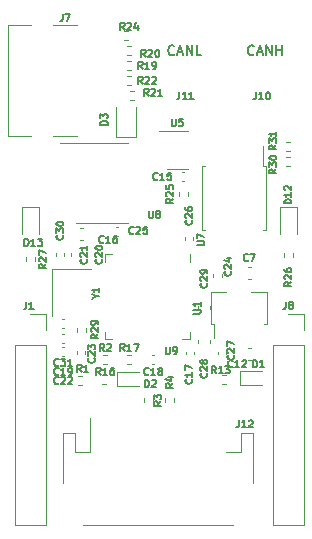
<source format=gbr>
%TF.GenerationSoftware,KiCad,Pcbnew,(5.1.9)-1*%
%TF.CreationDate,2021-12-20T22:20:38-08:00*%
%TF.ProjectId,MCL-102-2,4d434c2d-3130-4322-9d32-2e6b69636164,rev?*%
%TF.SameCoordinates,Original*%
%TF.FileFunction,Legend,Top*%
%TF.FilePolarity,Positive*%
%FSLAX46Y46*%
G04 Gerber Fmt 4.6, Leading zero omitted, Abs format (unit mm)*
G04 Created by KiCad (PCBNEW (5.1.9)-1) date 2021-12-20 22:20:38*
%MOMM*%
%LPD*%
G01*
G04 APERTURE LIST*
%ADD10C,0.150000*%
%ADD11C,0.120000*%
%ADD12C,0.127000*%
G04 APERTURE END LIST*
D10*
X140972419Y-86650285D02*
X140933714Y-86688990D01*
X140817600Y-86727695D01*
X140740190Y-86727695D01*
X140624076Y-86688990D01*
X140546666Y-86611580D01*
X140507961Y-86534171D01*
X140469257Y-86379352D01*
X140469257Y-86263238D01*
X140507961Y-86108419D01*
X140546666Y-86031009D01*
X140624076Y-85953600D01*
X140740190Y-85914895D01*
X140817600Y-85914895D01*
X140933714Y-85953600D01*
X140972419Y-85992304D01*
X141282057Y-86495466D02*
X141669104Y-86495466D01*
X141204647Y-86727695D02*
X141475580Y-85914895D01*
X141746514Y-86727695D01*
X142017447Y-86727695D02*
X142017447Y-85914895D01*
X142481904Y-86727695D01*
X142481904Y-85914895D01*
X143256000Y-86727695D02*
X142868952Y-86727695D01*
X142868952Y-85914895D01*
X147707047Y-86650285D02*
X147668342Y-86688990D01*
X147552228Y-86727695D01*
X147474819Y-86727695D01*
X147358704Y-86688990D01*
X147281295Y-86611580D01*
X147242590Y-86534171D01*
X147203885Y-86379352D01*
X147203885Y-86263238D01*
X147242590Y-86108419D01*
X147281295Y-86031009D01*
X147358704Y-85953600D01*
X147474819Y-85914895D01*
X147552228Y-85914895D01*
X147668342Y-85953600D01*
X147707047Y-85992304D01*
X148016685Y-86495466D02*
X148403733Y-86495466D01*
X147939276Y-86727695D02*
X148210209Y-85914895D01*
X148481142Y-86727695D01*
X148752076Y-86727695D02*
X148752076Y-85914895D01*
X149216533Y-86727695D01*
X149216533Y-85914895D01*
X149603580Y-86727695D02*
X149603580Y-85914895D01*
X149603580Y-86301942D02*
X150068038Y-86301942D01*
X150068038Y-86727695D02*
X150068038Y-85914895D01*
D11*
%TO.C,R26*%
X150242000Y-103478359D02*
X150242000Y-103785641D01*
X151002000Y-103478359D02*
X151002000Y-103785641D01*
%TO.C,R2*%
X134847359Y-114553000D02*
X135154641Y-114553000D01*
X134847359Y-113793000D02*
X135154641Y-113793000D01*
%TO.C,D12*%
X149887000Y-99607000D02*
X149887000Y-101892000D01*
X151357000Y-99607000D02*
X149887000Y-99607000D01*
X151357000Y-101892000D02*
X151357000Y-99607000D01*
%TO.C,U1*%
X148791000Y-109518000D02*
X148561000Y-109518000D01*
X144071000Y-109518000D02*
X144301000Y-109518000D01*
X144071000Y-109518000D02*
X144071000Y-106798000D01*
X144071000Y-106798000D02*
X145381000Y-106798000D01*
X144301000Y-110658000D02*
X144301000Y-109518000D01*
X148791000Y-106798000D02*
X148791000Y-109518000D01*
X147481000Y-106798000D02*
X148791000Y-106798000D01*
%TO.C,D3*%
X136056000Y-93702000D02*
X136056000Y-91152000D01*
X137756000Y-93702000D02*
X137756000Y-91152000D01*
X136056000Y-93702000D02*
X137756000Y-93702000D01*
%TO.C,D2*%
X137987000Y-114773000D02*
X136137000Y-114773000D01*
X137987000Y-113573000D02*
X136137000Y-113573000D01*
X136137000Y-113573000D02*
X136137000Y-114773000D01*
%TO.C,D1*%
X148401000Y-114646000D02*
X146551000Y-114646000D01*
X148401000Y-113446000D02*
X146551000Y-113446000D01*
X146551000Y-113446000D02*
X146551000Y-114646000D01*
%TO.C,R4*%
X140969000Y-115797359D02*
X140969000Y-116104641D01*
X140209000Y-115797359D02*
X140209000Y-116104641D01*
%TO.C,R3*%
X139191000Y-115797359D02*
X139191000Y-116104641D01*
X138431000Y-115797359D02*
X138431000Y-116104641D01*
%TO.C,J12*%
X133233000Y-126557000D02*
X145913000Y-126557000D01*
X146613000Y-120337000D02*
X145333000Y-120337000D01*
X146613000Y-118737000D02*
X146613000Y-120337000D01*
X147633000Y-118737000D02*
X146613000Y-118737000D01*
X147633000Y-122987000D02*
X147633000Y-118737000D01*
X133813000Y-120337000D02*
X133813000Y-117447000D01*
X132533000Y-120337000D02*
X133813000Y-120337000D01*
X132533000Y-118737000D02*
X132533000Y-120337000D01*
X131513000Y-118737000D02*
X132533000Y-118737000D01*
X131513000Y-122987000D02*
X131513000Y-118737000D01*
%TO.C,C15*%
X141624164Y-97388000D02*
X141839836Y-97388000D01*
X141624164Y-96668000D02*
X141839836Y-96668000D01*
%TO.C,R31*%
X150468359Y-94868000D02*
X150775641Y-94868000D01*
X150468359Y-94108000D02*
X150775641Y-94108000D01*
%TO.C,R27*%
X128398000Y-103859359D02*
X128398000Y-104166641D01*
X129158000Y-103859359D02*
X129158000Y-104166641D01*
%TO.C,R25*%
X142162800Y-98654841D02*
X142162800Y-98347559D01*
X141402800Y-98654841D02*
X141402800Y-98347559D01*
%TO.C,R20*%
X137006359Y-86740000D02*
X137313641Y-86740000D01*
X137006359Y-85980000D02*
X137313641Y-85980000D01*
%TO.C,R19*%
X137313641Y-87250000D02*
X137006359Y-87250000D01*
X137313641Y-88010000D02*
X137006359Y-88010000D01*
%TO.C,R17*%
X137006359Y-112902000D02*
X137313641Y-112902000D01*
X137006359Y-112142000D02*
X137313641Y-112142000D01*
%TO.C,R16*%
X134974359Y-112902000D02*
X135281641Y-112902000D01*
X134974359Y-112142000D02*
X135281641Y-112142000D01*
%TO.C,R13*%
X145007359Y-114553000D02*
X145314641Y-114553000D01*
X145007359Y-113793000D02*
X145314641Y-113793000D01*
%TO.C,D13*%
X128043000Y-99607000D02*
X128043000Y-101892000D01*
X129513000Y-99607000D02*
X128043000Y-99607000D01*
X129513000Y-101892000D02*
X129513000Y-99607000D01*
%TO.C,C31*%
X131679836Y-109114000D02*
X131464164Y-109114000D01*
X131679836Y-109834000D02*
X131464164Y-109834000D01*
%TO.C,C30*%
X130958000Y-103524164D02*
X130958000Y-103739836D01*
X131678000Y-103524164D02*
X131678000Y-103739836D01*
%TO.C,C29*%
X143981900Y-108242980D02*
X143981900Y-107961820D01*
X142961900Y-108242980D02*
X142961900Y-107961820D01*
%TO.C,C27*%
X144648600Y-111842664D02*
X144648600Y-112058336D01*
X145368600Y-111842664D02*
X145368600Y-112058336D01*
%TO.C,C26*%
X141854600Y-102152564D02*
X141854600Y-102368236D01*
X142574600Y-102152564D02*
X142574600Y-102368236D01*
%TO.C,C24*%
X144987600Y-105505136D02*
X144987600Y-105289464D01*
X144267600Y-105505136D02*
X144267600Y-105289464D01*
%TO.C,C21*%
X132228000Y-103524164D02*
X132228000Y-103739836D01*
X132948000Y-103524164D02*
X132948000Y-103739836D01*
%TO.C,U8*%
X134874000Y-94151000D02*
X131274000Y-94151000D01*
X134874000Y-94151000D02*
X137074000Y-94151000D01*
X134874000Y-100921000D02*
X132674000Y-100921000D01*
X134874000Y-100921000D02*
X137074000Y-100921000D01*
%TO.C,R21*%
X137260359Y-90550000D02*
X137567641Y-90550000D01*
X137260359Y-89790000D02*
X137567641Y-89790000D01*
%TO.C,R1*%
X133122641Y-114680000D02*
X132815359Y-114680000D01*
X133122641Y-113920000D02*
X132815359Y-113920000D01*
%TO.C,J1*%
X128778000Y-108652000D02*
X130108000Y-108652000D01*
X130108000Y-108652000D02*
X130108000Y-109982000D01*
X130108000Y-111252000D02*
X130108000Y-126552000D01*
X127448000Y-126552000D02*
X130108000Y-126552000D01*
X127448000Y-111252000D02*
X127448000Y-126552000D01*
X127448000Y-111252000D02*
X130108000Y-111252000D01*
%TO.C,J8*%
X150622000Y-108652000D02*
X151952000Y-108652000D01*
X151952000Y-108652000D02*
X151952000Y-109982000D01*
X151952000Y-111252000D02*
X151952000Y-126552000D01*
X149292000Y-126552000D02*
X151952000Y-126552000D01*
X149292000Y-111252000D02*
X149292000Y-126552000D01*
X149292000Y-111252000D02*
X151952000Y-111252000D01*
%TO.C,Y1*%
X130596000Y-104850000D02*
X130596000Y-108850000D01*
X133896000Y-104850000D02*
X130596000Y-104850000D01*
%TO.C,U9*%
X142294000Y-110148000D02*
X142294000Y-110798000D01*
X142294000Y-110798000D02*
X141644000Y-110798000D01*
X135074000Y-104228000D02*
X135074000Y-103578000D01*
X135074000Y-103578000D02*
X135724000Y-103578000D01*
X135074000Y-110148000D02*
X135074000Y-110798000D01*
X135074000Y-110798000D02*
X135724000Y-110798000D01*
X142294000Y-104228000D02*
X142294000Y-103578000D01*
%TO.C,U7*%
X148515000Y-96081000D02*
X148515000Y-94406000D01*
X148775000Y-96081000D02*
X148515000Y-96081000D01*
X148775000Y-98806000D02*
X148775000Y-96081000D01*
X148775000Y-101531000D02*
X148515000Y-101531000D01*
X148775000Y-98806000D02*
X148775000Y-101531000D01*
X143325000Y-96081000D02*
X143585000Y-96081000D01*
X143325000Y-98806000D02*
X143325000Y-96081000D01*
X143325000Y-101531000D02*
X143585000Y-101531000D01*
X143325000Y-98806000D02*
X143325000Y-101531000D01*
%TO.C,U5*%
X142124000Y-93157400D02*
X139674000Y-93157400D01*
X140324000Y-96377400D02*
X142124000Y-96377400D01*
%TO.C,R30*%
X150775641Y-95378000D02*
X150468359Y-95378000D01*
X150775641Y-96138000D02*
X150468359Y-96138000D01*
%TO.C,R29*%
X132716000Y-109828359D02*
X132716000Y-110135641D01*
X133476000Y-109828359D02*
X133476000Y-110135641D01*
%TO.C,R24*%
X137059641Y-84710000D02*
X136752359Y-84710000D01*
X137059641Y-85470000D02*
X136752359Y-85470000D01*
%TO.C,R22*%
X137313641Y-88520000D02*
X137006359Y-88520000D01*
X137313641Y-89280000D02*
X137006359Y-89280000D01*
%TO.C,J7*%
X126910000Y-84200000D02*
X126910000Y-93600000D01*
X132710000Y-93600000D02*
X130710000Y-93600000D01*
X128810000Y-93600000D02*
X126910000Y-93600000D01*
X132710000Y-84200000D02*
X130710000Y-84200000D01*
X128810000Y-84200000D02*
X126910000Y-84200000D01*
%TO.C,C28*%
X143000000Y-110857420D02*
X143000000Y-111138580D01*
X144020000Y-110857420D02*
X144020000Y-111138580D01*
%TO.C,C25*%
X136036164Y-102036200D02*
X136251836Y-102036200D01*
X136036164Y-101316200D02*
X136251836Y-101316200D01*
%TO.C,C23*%
X133456000Y-112020236D02*
X133456000Y-111804564D01*
X132736000Y-112020236D02*
X132736000Y-111804564D01*
%TO.C,C22*%
X131464164Y-112196200D02*
X131679836Y-112196200D01*
X131464164Y-111476200D02*
X131679836Y-111476200D01*
%TO.C,C20*%
X133498000Y-103524164D02*
X133498000Y-103739836D01*
X134218000Y-103524164D02*
X134218000Y-103739836D01*
%TO.C,C19*%
X131464164Y-111104000D02*
X131679836Y-111104000D01*
X131464164Y-110384000D02*
X131679836Y-110384000D01*
%TO.C,C18*%
X139299836Y-112162000D02*
X139084164Y-112162000D01*
X139299836Y-112882000D02*
X139084164Y-112882000D01*
%TO.C,C17*%
X142650800Y-112058336D02*
X142650800Y-111842664D01*
X141930800Y-112058336D02*
X141930800Y-111842664D01*
%TO.C,C16*%
X133236580Y-101344000D02*
X132955420Y-101344000D01*
X133236580Y-102364000D02*
X132955420Y-102364000D01*
%TO.C,C12*%
X147179420Y-112524000D02*
X147460580Y-112524000D01*
X147179420Y-111504000D02*
X147460580Y-111504000D01*
%TO.C,C7*%
X147460580Y-104646000D02*
X147179420Y-104646000D01*
X147460580Y-105666000D02*
X147179420Y-105666000D01*
%TO.C,R26*%
D12*
X150897771Y-105928885D02*
X150607485Y-106132085D01*
X150897771Y-106277228D02*
X150288171Y-106277228D01*
X150288171Y-106045000D01*
X150317200Y-105986942D01*
X150346228Y-105957914D01*
X150404285Y-105928885D01*
X150491371Y-105928885D01*
X150549428Y-105957914D01*
X150578457Y-105986942D01*
X150607485Y-106045000D01*
X150607485Y-106277228D01*
X150346228Y-105696657D02*
X150317200Y-105667628D01*
X150288171Y-105609571D01*
X150288171Y-105464428D01*
X150317200Y-105406371D01*
X150346228Y-105377342D01*
X150404285Y-105348314D01*
X150462342Y-105348314D01*
X150549428Y-105377342D01*
X150897771Y-105725685D01*
X150897771Y-105348314D01*
X150288171Y-104825800D02*
X150288171Y-104941914D01*
X150317200Y-104999971D01*
X150346228Y-105029000D01*
X150433314Y-105087057D01*
X150549428Y-105116085D01*
X150781657Y-105116085D01*
X150839714Y-105087057D01*
X150868742Y-105058028D01*
X150897771Y-104999971D01*
X150897771Y-104883857D01*
X150868742Y-104825800D01*
X150839714Y-104796771D01*
X150781657Y-104767742D01*
X150636514Y-104767742D01*
X150578457Y-104796771D01*
X150549428Y-104825800D01*
X150520400Y-104883857D01*
X150520400Y-104999971D01*
X150549428Y-105058028D01*
X150578457Y-105087057D01*
X150636514Y-105116085D01*
%TO.C,R2*%
X135026400Y-111781771D02*
X134823200Y-111491485D01*
X134678057Y-111781771D02*
X134678057Y-111172171D01*
X134910285Y-111172171D01*
X134968342Y-111201200D01*
X134997371Y-111230228D01*
X135026400Y-111288285D01*
X135026400Y-111375371D01*
X134997371Y-111433428D01*
X134968342Y-111462457D01*
X134910285Y-111491485D01*
X134678057Y-111491485D01*
X135258628Y-111230228D02*
X135287657Y-111201200D01*
X135345714Y-111172171D01*
X135490857Y-111172171D01*
X135548914Y-111201200D01*
X135577942Y-111230228D01*
X135606971Y-111288285D01*
X135606971Y-111346342D01*
X135577942Y-111433428D01*
X135229600Y-111781771D01*
X135606971Y-111781771D01*
%TO.C,D12*%
X150897771Y-99292228D02*
X150288171Y-99292228D01*
X150288171Y-99147085D01*
X150317200Y-99060000D01*
X150375257Y-99001942D01*
X150433314Y-98972914D01*
X150549428Y-98943885D01*
X150636514Y-98943885D01*
X150752628Y-98972914D01*
X150810685Y-99001942D01*
X150868742Y-99060000D01*
X150897771Y-99147085D01*
X150897771Y-99292228D01*
X150897771Y-98363314D02*
X150897771Y-98711657D01*
X150897771Y-98537485D02*
X150288171Y-98537485D01*
X150375257Y-98595542D01*
X150433314Y-98653600D01*
X150462342Y-98711657D01*
X150346228Y-98131085D02*
X150317200Y-98102057D01*
X150288171Y-98044000D01*
X150288171Y-97898857D01*
X150317200Y-97840800D01*
X150346228Y-97811771D01*
X150404285Y-97782742D01*
X150462342Y-97782742D01*
X150549428Y-97811771D01*
X150897771Y-98160114D01*
X150897771Y-97782742D01*
%TO.C,U1*%
X142597171Y-108622457D02*
X143090657Y-108622457D01*
X143148714Y-108593428D01*
X143177742Y-108564400D01*
X143206771Y-108506342D01*
X143206771Y-108390228D01*
X143177742Y-108332171D01*
X143148714Y-108303142D01*
X143090657Y-108274114D01*
X142597171Y-108274114D01*
X143206771Y-107664514D02*
X143206771Y-108012857D01*
X143206771Y-107838685D02*
X142597171Y-107838685D01*
X142684257Y-107896742D01*
X142742314Y-107954800D01*
X142771342Y-108012857D01*
%TO.C,D3*%
X135331771Y-92651942D02*
X134722171Y-92651942D01*
X134722171Y-92506800D01*
X134751200Y-92419714D01*
X134809257Y-92361657D01*
X134867314Y-92332628D01*
X134983428Y-92303600D01*
X135070514Y-92303600D01*
X135186628Y-92332628D01*
X135244685Y-92361657D01*
X135302742Y-92419714D01*
X135331771Y-92506800D01*
X135331771Y-92651942D01*
X134722171Y-92100400D02*
X134722171Y-91723028D01*
X134954400Y-91926228D01*
X134954400Y-91839142D01*
X134983428Y-91781085D01*
X135012457Y-91752057D01*
X135070514Y-91723028D01*
X135215657Y-91723028D01*
X135273714Y-91752057D01*
X135302742Y-91781085D01*
X135331771Y-91839142D01*
X135331771Y-92013314D01*
X135302742Y-92071371D01*
X135273714Y-92100400D01*
%TO.C,D2*%
X138488057Y-114829771D02*
X138488057Y-114220171D01*
X138633200Y-114220171D01*
X138720285Y-114249200D01*
X138778342Y-114307257D01*
X138807371Y-114365314D01*
X138836400Y-114481428D01*
X138836400Y-114568514D01*
X138807371Y-114684628D01*
X138778342Y-114742685D01*
X138720285Y-114800742D01*
X138633200Y-114829771D01*
X138488057Y-114829771D01*
X139068628Y-114278228D02*
X139097657Y-114249200D01*
X139155714Y-114220171D01*
X139300857Y-114220171D01*
X139358914Y-114249200D01*
X139387942Y-114278228D01*
X139416971Y-114336285D01*
X139416971Y-114394342D01*
X139387942Y-114481428D01*
X139039600Y-114829771D01*
X139416971Y-114829771D01*
%TO.C,D1*%
X147632057Y-113178771D02*
X147632057Y-112569171D01*
X147777200Y-112569171D01*
X147864285Y-112598200D01*
X147922342Y-112656257D01*
X147951371Y-112714314D01*
X147980400Y-112830428D01*
X147980400Y-112917514D01*
X147951371Y-113033628D01*
X147922342Y-113091685D01*
X147864285Y-113149742D01*
X147777200Y-113178771D01*
X147632057Y-113178771D01*
X148560971Y-113178771D02*
X148212628Y-113178771D01*
X148386800Y-113178771D02*
X148386800Y-112569171D01*
X148328742Y-112656257D01*
X148270685Y-112714314D01*
X148212628Y-112743342D01*
%TO.C,R4*%
X140864771Y-114528600D02*
X140574485Y-114731800D01*
X140864771Y-114876942D02*
X140255171Y-114876942D01*
X140255171Y-114644714D01*
X140284200Y-114586657D01*
X140313228Y-114557628D01*
X140371285Y-114528600D01*
X140458371Y-114528600D01*
X140516428Y-114557628D01*
X140545457Y-114586657D01*
X140574485Y-114644714D01*
X140574485Y-114876942D01*
X140458371Y-114006085D02*
X140864771Y-114006085D01*
X140226142Y-114151228D02*
X140661571Y-114296371D01*
X140661571Y-113919000D01*
%TO.C,R3*%
X139848771Y-116052600D02*
X139558485Y-116255800D01*
X139848771Y-116400942D02*
X139239171Y-116400942D01*
X139239171Y-116168714D01*
X139268200Y-116110657D01*
X139297228Y-116081628D01*
X139355285Y-116052600D01*
X139442371Y-116052600D01*
X139500428Y-116081628D01*
X139529457Y-116110657D01*
X139558485Y-116168714D01*
X139558485Y-116400942D01*
X139239171Y-115849400D02*
X139239171Y-115472028D01*
X139471400Y-115675228D01*
X139471400Y-115588142D01*
X139500428Y-115530085D01*
X139529457Y-115501057D01*
X139587514Y-115472028D01*
X139732657Y-115472028D01*
X139790714Y-115501057D01*
X139819742Y-115530085D01*
X139848771Y-115588142D01*
X139848771Y-115762314D01*
X139819742Y-115820371D01*
X139790714Y-115849400D01*
%TO.C,J11*%
X141416314Y-89836171D02*
X141416314Y-90271600D01*
X141387285Y-90358685D01*
X141329228Y-90416742D01*
X141242142Y-90445771D01*
X141184085Y-90445771D01*
X142025914Y-90445771D02*
X141677571Y-90445771D01*
X141851742Y-90445771D02*
X141851742Y-89836171D01*
X141793685Y-89923257D01*
X141735628Y-89981314D01*
X141677571Y-90010342D01*
X142606485Y-90445771D02*
X142258142Y-90445771D01*
X142432314Y-90445771D02*
X142432314Y-89836171D01*
X142374257Y-89923257D01*
X142316200Y-89981314D01*
X142258142Y-90010342D01*
%TO.C,J12*%
X146445514Y-117649171D02*
X146445514Y-118084600D01*
X146416485Y-118171685D01*
X146358428Y-118229742D01*
X146271342Y-118258771D01*
X146213285Y-118258771D01*
X147055114Y-118258771D02*
X146706771Y-118258771D01*
X146880942Y-118258771D02*
X146880942Y-117649171D01*
X146822885Y-117736257D01*
X146764828Y-117794314D01*
X146706771Y-117823342D01*
X147287342Y-117707228D02*
X147316371Y-117678200D01*
X147374428Y-117649171D01*
X147519571Y-117649171D01*
X147577628Y-117678200D01*
X147606657Y-117707228D01*
X147635685Y-117765285D01*
X147635685Y-117823342D01*
X147606657Y-117910428D01*
X147258314Y-118258771D01*
X147635685Y-118258771D01*
%TO.C,C15*%
X139562114Y-97245714D02*
X139533085Y-97274742D01*
X139446000Y-97303771D01*
X139387942Y-97303771D01*
X139300857Y-97274742D01*
X139242800Y-97216685D01*
X139213771Y-97158628D01*
X139184742Y-97042514D01*
X139184742Y-96955428D01*
X139213771Y-96839314D01*
X139242800Y-96781257D01*
X139300857Y-96723200D01*
X139387942Y-96694171D01*
X139446000Y-96694171D01*
X139533085Y-96723200D01*
X139562114Y-96752228D01*
X140142685Y-97303771D02*
X139794342Y-97303771D01*
X139968514Y-97303771D02*
X139968514Y-96694171D01*
X139910457Y-96781257D01*
X139852400Y-96839314D01*
X139794342Y-96868342D01*
X140694228Y-96694171D02*
X140403942Y-96694171D01*
X140374914Y-96984457D01*
X140403942Y-96955428D01*
X140462000Y-96926400D01*
X140607142Y-96926400D01*
X140665200Y-96955428D01*
X140694228Y-96984457D01*
X140723257Y-97042514D01*
X140723257Y-97187657D01*
X140694228Y-97245714D01*
X140665200Y-97274742D01*
X140607142Y-97303771D01*
X140462000Y-97303771D01*
X140403942Y-97274742D01*
X140374914Y-97245714D01*
%TO.C,R31*%
X149627771Y-94371885D02*
X149337485Y-94575085D01*
X149627771Y-94720228D02*
X149018171Y-94720228D01*
X149018171Y-94488000D01*
X149047200Y-94429942D01*
X149076228Y-94400914D01*
X149134285Y-94371885D01*
X149221371Y-94371885D01*
X149279428Y-94400914D01*
X149308457Y-94429942D01*
X149337485Y-94488000D01*
X149337485Y-94720228D01*
X149018171Y-94168685D02*
X149018171Y-93791314D01*
X149250400Y-93994514D01*
X149250400Y-93907428D01*
X149279428Y-93849371D01*
X149308457Y-93820342D01*
X149366514Y-93791314D01*
X149511657Y-93791314D01*
X149569714Y-93820342D01*
X149598742Y-93849371D01*
X149627771Y-93907428D01*
X149627771Y-94081600D01*
X149598742Y-94139657D01*
X149569714Y-94168685D01*
X149627771Y-93210742D02*
X149627771Y-93559085D01*
X149627771Y-93384914D02*
X149018171Y-93384914D01*
X149105257Y-93442971D01*
X149163314Y-93501028D01*
X149192342Y-93559085D01*
%TO.C,R27*%
X130120571Y-104430285D02*
X129830285Y-104633485D01*
X130120571Y-104778628D02*
X129510971Y-104778628D01*
X129510971Y-104546400D01*
X129540000Y-104488342D01*
X129569028Y-104459314D01*
X129627085Y-104430285D01*
X129714171Y-104430285D01*
X129772228Y-104459314D01*
X129801257Y-104488342D01*
X129830285Y-104546400D01*
X129830285Y-104778628D01*
X129569028Y-104198057D02*
X129540000Y-104169028D01*
X129510971Y-104110971D01*
X129510971Y-103965828D01*
X129540000Y-103907771D01*
X129569028Y-103878742D01*
X129627085Y-103849714D01*
X129685142Y-103849714D01*
X129772228Y-103878742D01*
X130120571Y-104227085D01*
X130120571Y-103849714D01*
X129510971Y-103646514D02*
X129510971Y-103240114D01*
X130120571Y-103501371D01*
%TO.C,R25*%
X140888571Y-98893085D02*
X140598285Y-99096285D01*
X140888571Y-99241428D02*
X140278971Y-99241428D01*
X140278971Y-99009200D01*
X140308000Y-98951142D01*
X140337028Y-98922114D01*
X140395085Y-98893085D01*
X140482171Y-98893085D01*
X140540228Y-98922114D01*
X140569257Y-98951142D01*
X140598285Y-99009200D01*
X140598285Y-99241428D01*
X140337028Y-98660857D02*
X140308000Y-98631828D01*
X140278971Y-98573771D01*
X140278971Y-98428628D01*
X140308000Y-98370571D01*
X140337028Y-98341542D01*
X140395085Y-98312514D01*
X140453142Y-98312514D01*
X140540228Y-98341542D01*
X140888571Y-98689885D01*
X140888571Y-98312514D01*
X140278971Y-97760971D02*
X140278971Y-98051257D01*
X140569257Y-98080285D01*
X140540228Y-98051257D01*
X140511200Y-97993200D01*
X140511200Y-97848057D01*
X140540228Y-97790000D01*
X140569257Y-97760971D01*
X140627314Y-97731942D01*
X140772457Y-97731942D01*
X140830514Y-97760971D01*
X140859542Y-97790000D01*
X140888571Y-97848057D01*
X140888571Y-97993200D01*
X140859542Y-98051257D01*
X140830514Y-98080285D01*
%TO.C,R20*%
X138546114Y-86889771D02*
X138342914Y-86599485D01*
X138197771Y-86889771D02*
X138197771Y-86280171D01*
X138430000Y-86280171D01*
X138488057Y-86309200D01*
X138517085Y-86338228D01*
X138546114Y-86396285D01*
X138546114Y-86483371D01*
X138517085Y-86541428D01*
X138488057Y-86570457D01*
X138430000Y-86599485D01*
X138197771Y-86599485D01*
X138778342Y-86338228D02*
X138807371Y-86309200D01*
X138865428Y-86280171D01*
X139010571Y-86280171D01*
X139068628Y-86309200D01*
X139097657Y-86338228D01*
X139126685Y-86396285D01*
X139126685Y-86454342D01*
X139097657Y-86541428D01*
X138749314Y-86889771D01*
X139126685Y-86889771D01*
X139504057Y-86280171D02*
X139562114Y-86280171D01*
X139620171Y-86309200D01*
X139649200Y-86338228D01*
X139678228Y-86396285D01*
X139707257Y-86512400D01*
X139707257Y-86657542D01*
X139678228Y-86773657D01*
X139649200Y-86831714D01*
X139620171Y-86860742D01*
X139562114Y-86889771D01*
X139504057Y-86889771D01*
X139446000Y-86860742D01*
X139416971Y-86831714D01*
X139387942Y-86773657D01*
X139358914Y-86657542D01*
X139358914Y-86512400D01*
X139387942Y-86396285D01*
X139416971Y-86338228D01*
X139446000Y-86309200D01*
X139504057Y-86280171D01*
%TO.C,R19*%
X138292114Y-87905771D02*
X138088914Y-87615485D01*
X137943771Y-87905771D02*
X137943771Y-87296171D01*
X138176000Y-87296171D01*
X138234057Y-87325200D01*
X138263085Y-87354228D01*
X138292114Y-87412285D01*
X138292114Y-87499371D01*
X138263085Y-87557428D01*
X138234057Y-87586457D01*
X138176000Y-87615485D01*
X137943771Y-87615485D01*
X138872685Y-87905771D02*
X138524342Y-87905771D01*
X138698514Y-87905771D02*
X138698514Y-87296171D01*
X138640457Y-87383257D01*
X138582400Y-87441314D01*
X138524342Y-87470342D01*
X139162971Y-87905771D02*
X139279085Y-87905771D01*
X139337142Y-87876742D01*
X139366171Y-87847714D01*
X139424228Y-87760628D01*
X139453257Y-87644514D01*
X139453257Y-87412285D01*
X139424228Y-87354228D01*
X139395200Y-87325200D01*
X139337142Y-87296171D01*
X139221028Y-87296171D01*
X139162971Y-87325200D01*
X139133942Y-87354228D01*
X139104914Y-87412285D01*
X139104914Y-87557428D01*
X139133942Y-87615485D01*
X139162971Y-87644514D01*
X139221028Y-87673542D01*
X139337142Y-87673542D01*
X139395200Y-87644514D01*
X139424228Y-87615485D01*
X139453257Y-87557428D01*
%TO.C,R17*%
X136768114Y-111781771D02*
X136564914Y-111491485D01*
X136419771Y-111781771D02*
X136419771Y-111172171D01*
X136652000Y-111172171D01*
X136710057Y-111201200D01*
X136739085Y-111230228D01*
X136768114Y-111288285D01*
X136768114Y-111375371D01*
X136739085Y-111433428D01*
X136710057Y-111462457D01*
X136652000Y-111491485D01*
X136419771Y-111491485D01*
X137348685Y-111781771D02*
X137000342Y-111781771D01*
X137174514Y-111781771D02*
X137174514Y-111172171D01*
X137116457Y-111259257D01*
X137058400Y-111317314D01*
X137000342Y-111346342D01*
X137551885Y-111172171D02*
X137958285Y-111172171D01*
X137697028Y-111781771D01*
%TO.C,R16*%
X134736114Y-113813771D02*
X134532914Y-113523485D01*
X134387771Y-113813771D02*
X134387771Y-113204171D01*
X134620000Y-113204171D01*
X134678057Y-113233200D01*
X134707085Y-113262228D01*
X134736114Y-113320285D01*
X134736114Y-113407371D01*
X134707085Y-113465428D01*
X134678057Y-113494457D01*
X134620000Y-113523485D01*
X134387771Y-113523485D01*
X135316685Y-113813771D02*
X134968342Y-113813771D01*
X135142514Y-113813771D02*
X135142514Y-113204171D01*
X135084457Y-113291257D01*
X135026400Y-113349314D01*
X134968342Y-113378342D01*
X135839200Y-113204171D02*
X135723085Y-113204171D01*
X135665028Y-113233200D01*
X135636000Y-113262228D01*
X135577942Y-113349314D01*
X135548914Y-113465428D01*
X135548914Y-113697657D01*
X135577942Y-113755714D01*
X135606971Y-113784742D01*
X135665028Y-113813771D01*
X135781142Y-113813771D01*
X135839200Y-113784742D01*
X135868228Y-113755714D01*
X135897257Y-113697657D01*
X135897257Y-113552514D01*
X135868228Y-113494457D01*
X135839200Y-113465428D01*
X135781142Y-113436400D01*
X135665028Y-113436400D01*
X135606971Y-113465428D01*
X135577942Y-113494457D01*
X135548914Y-113552514D01*
%TO.C,R13*%
X144515114Y-113686771D02*
X144311914Y-113396485D01*
X144166771Y-113686771D02*
X144166771Y-113077171D01*
X144399000Y-113077171D01*
X144457057Y-113106200D01*
X144486085Y-113135228D01*
X144515114Y-113193285D01*
X144515114Y-113280371D01*
X144486085Y-113338428D01*
X144457057Y-113367457D01*
X144399000Y-113396485D01*
X144166771Y-113396485D01*
X145095685Y-113686771D02*
X144747342Y-113686771D01*
X144921514Y-113686771D02*
X144921514Y-113077171D01*
X144863457Y-113164257D01*
X144805400Y-113222314D01*
X144747342Y-113251342D01*
X145298885Y-113077171D02*
X145676257Y-113077171D01*
X145473057Y-113309400D01*
X145560142Y-113309400D01*
X145618200Y-113338428D01*
X145647228Y-113367457D01*
X145676257Y-113425514D01*
X145676257Y-113570657D01*
X145647228Y-113628714D01*
X145618200Y-113657742D01*
X145560142Y-113686771D01*
X145385971Y-113686771D01*
X145327914Y-113657742D01*
X145298885Y-113628714D01*
%TO.C,D13*%
X128291771Y-102891771D02*
X128291771Y-102282171D01*
X128436914Y-102282171D01*
X128524000Y-102311200D01*
X128582057Y-102369257D01*
X128611085Y-102427314D01*
X128640114Y-102543428D01*
X128640114Y-102630514D01*
X128611085Y-102746628D01*
X128582057Y-102804685D01*
X128524000Y-102862742D01*
X128436914Y-102891771D01*
X128291771Y-102891771D01*
X129220685Y-102891771D02*
X128872342Y-102891771D01*
X129046514Y-102891771D02*
X129046514Y-102282171D01*
X128988457Y-102369257D01*
X128930400Y-102427314D01*
X128872342Y-102456342D01*
X129423885Y-102282171D02*
X129801257Y-102282171D01*
X129598057Y-102514400D01*
X129685142Y-102514400D01*
X129743200Y-102543428D01*
X129772228Y-102572457D01*
X129801257Y-102630514D01*
X129801257Y-102775657D01*
X129772228Y-102833714D01*
X129743200Y-102862742D01*
X129685142Y-102891771D01*
X129510971Y-102891771D01*
X129452914Y-102862742D01*
X129423885Y-102833714D01*
%TO.C,C31*%
X131180114Y-112993714D02*
X131151085Y-113022742D01*
X131064000Y-113051771D01*
X131005942Y-113051771D01*
X130918857Y-113022742D01*
X130860800Y-112964685D01*
X130831771Y-112906628D01*
X130802742Y-112790514D01*
X130802742Y-112703428D01*
X130831771Y-112587314D01*
X130860800Y-112529257D01*
X130918857Y-112471200D01*
X131005942Y-112442171D01*
X131064000Y-112442171D01*
X131151085Y-112471200D01*
X131180114Y-112500228D01*
X131383314Y-112442171D02*
X131760685Y-112442171D01*
X131557485Y-112674400D01*
X131644571Y-112674400D01*
X131702628Y-112703428D01*
X131731657Y-112732457D01*
X131760685Y-112790514D01*
X131760685Y-112935657D01*
X131731657Y-112993714D01*
X131702628Y-113022742D01*
X131644571Y-113051771D01*
X131470400Y-113051771D01*
X131412342Y-113022742D01*
X131383314Y-112993714D01*
X132341257Y-113051771D02*
X131992914Y-113051771D01*
X132167085Y-113051771D02*
X132167085Y-112442171D01*
X132109028Y-112529257D01*
X132050971Y-112587314D01*
X131992914Y-112616342D01*
%TO.C,C30*%
X131535714Y-101991885D02*
X131564742Y-102020914D01*
X131593771Y-102108000D01*
X131593771Y-102166057D01*
X131564742Y-102253142D01*
X131506685Y-102311200D01*
X131448628Y-102340228D01*
X131332514Y-102369257D01*
X131245428Y-102369257D01*
X131129314Y-102340228D01*
X131071257Y-102311200D01*
X131013200Y-102253142D01*
X130984171Y-102166057D01*
X130984171Y-102108000D01*
X131013200Y-102020914D01*
X131042228Y-101991885D01*
X130984171Y-101788685D02*
X130984171Y-101411314D01*
X131216400Y-101614514D01*
X131216400Y-101527428D01*
X131245428Y-101469371D01*
X131274457Y-101440342D01*
X131332514Y-101411314D01*
X131477657Y-101411314D01*
X131535714Y-101440342D01*
X131564742Y-101469371D01*
X131593771Y-101527428D01*
X131593771Y-101701600D01*
X131564742Y-101759657D01*
X131535714Y-101788685D01*
X130984171Y-101033942D02*
X130984171Y-100975885D01*
X131013200Y-100917828D01*
X131042228Y-100888800D01*
X131100285Y-100859771D01*
X131216400Y-100830742D01*
X131361542Y-100830742D01*
X131477657Y-100859771D01*
X131535714Y-100888800D01*
X131564742Y-100917828D01*
X131593771Y-100975885D01*
X131593771Y-101033942D01*
X131564742Y-101092000D01*
X131535714Y-101121028D01*
X131477657Y-101150057D01*
X131361542Y-101179085D01*
X131216400Y-101179085D01*
X131100285Y-101150057D01*
X131042228Y-101121028D01*
X131013200Y-101092000D01*
X130984171Y-101033942D01*
%TO.C,C29*%
X143727714Y-106055885D02*
X143756742Y-106084914D01*
X143785771Y-106172000D01*
X143785771Y-106230057D01*
X143756742Y-106317142D01*
X143698685Y-106375200D01*
X143640628Y-106404228D01*
X143524514Y-106433257D01*
X143437428Y-106433257D01*
X143321314Y-106404228D01*
X143263257Y-106375200D01*
X143205200Y-106317142D01*
X143176171Y-106230057D01*
X143176171Y-106172000D01*
X143205200Y-106084914D01*
X143234228Y-106055885D01*
X143234228Y-105823657D02*
X143205200Y-105794628D01*
X143176171Y-105736571D01*
X143176171Y-105591428D01*
X143205200Y-105533371D01*
X143234228Y-105504342D01*
X143292285Y-105475314D01*
X143350342Y-105475314D01*
X143437428Y-105504342D01*
X143785771Y-105852685D01*
X143785771Y-105475314D01*
X143785771Y-105185028D02*
X143785771Y-105068914D01*
X143756742Y-105010857D01*
X143727714Y-104981828D01*
X143640628Y-104923771D01*
X143524514Y-104894742D01*
X143292285Y-104894742D01*
X143234228Y-104923771D01*
X143205200Y-104952800D01*
X143176171Y-105010857D01*
X143176171Y-105126971D01*
X143205200Y-105185028D01*
X143234228Y-105214057D01*
X143292285Y-105243085D01*
X143437428Y-105243085D01*
X143495485Y-105214057D01*
X143524514Y-105185028D01*
X143553542Y-105126971D01*
X143553542Y-105010857D01*
X143524514Y-104952800D01*
X143495485Y-104923771D01*
X143437428Y-104894742D01*
%TO.C,C27*%
X146013714Y-112151885D02*
X146042742Y-112180914D01*
X146071771Y-112268000D01*
X146071771Y-112326057D01*
X146042742Y-112413142D01*
X145984685Y-112471200D01*
X145926628Y-112500228D01*
X145810514Y-112529257D01*
X145723428Y-112529257D01*
X145607314Y-112500228D01*
X145549257Y-112471200D01*
X145491200Y-112413142D01*
X145462171Y-112326057D01*
X145462171Y-112268000D01*
X145491200Y-112180914D01*
X145520228Y-112151885D01*
X145520228Y-111919657D02*
X145491200Y-111890628D01*
X145462171Y-111832571D01*
X145462171Y-111687428D01*
X145491200Y-111629371D01*
X145520228Y-111600342D01*
X145578285Y-111571314D01*
X145636342Y-111571314D01*
X145723428Y-111600342D01*
X146071771Y-111948685D01*
X146071771Y-111571314D01*
X145462171Y-111368114D02*
X145462171Y-110961714D01*
X146071771Y-111222971D01*
%TO.C,C26*%
X142457714Y-100721885D02*
X142486742Y-100750914D01*
X142515771Y-100838000D01*
X142515771Y-100896057D01*
X142486742Y-100983142D01*
X142428685Y-101041200D01*
X142370628Y-101070228D01*
X142254514Y-101099257D01*
X142167428Y-101099257D01*
X142051314Y-101070228D01*
X141993257Y-101041200D01*
X141935200Y-100983142D01*
X141906171Y-100896057D01*
X141906171Y-100838000D01*
X141935200Y-100750914D01*
X141964228Y-100721885D01*
X141964228Y-100489657D02*
X141935200Y-100460628D01*
X141906171Y-100402571D01*
X141906171Y-100257428D01*
X141935200Y-100199371D01*
X141964228Y-100170342D01*
X142022285Y-100141314D01*
X142080342Y-100141314D01*
X142167428Y-100170342D01*
X142515771Y-100518685D01*
X142515771Y-100141314D01*
X141906171Y-99618800D02*
X141906171Y-99734914D01*
X141935200Y-99792971D01*
X141964228Y-99822000D01*
X142051314Y-99880057D01*
X142167428Y-99909085D01*
X142399657Y-99909085D01*
X142457714Y-99880057D01*
X142486742Y-99851028D01*
X142515771Y-99792971D01*
X142515771Y-99676857D01*
X142486742Y-99618800D01*
X142457714Y-99589771D01*
X142399657Y-99560742D01*
X142254514Y-99560742D01*
X142196457Y-99589771D01*
X142167428Y-99618800D01*
X142138400Y-99676857D01*
X142138400Y-99792971D01*
X142167428Y-99851028D01*
X142196457Y-99880057D01*
X142254514Y-99909085D01*
%TO.C,C24*%
X145759714Y-105039885D02*
X145788742Y-105068914D01*
X145817771Y-105156000D01*
X145817771Y-105214057D01*
X145788742Y-105301142D01*
X145730685Y-105359200D01*
X145672628Y-105388228D01*
X145556514Y-105417257D01*
X145469428Y-105417257D01*
X145353314Y-105388228D01*
X145295257Y-105359200D01*
X145237200Y-105301142D01*
X145208171Y-105214057D01*
X145208171Y-105156000D01*
X145237200Y-105068914D01*
X145266228Y-105039885D01*
X145266228Y-104807657D02*
X145237200Y-104778628D01*
X145208171Y-104720571D01*
X145208171Y-104575428D01*
X145237200Y-104517371D01*
X145266228Y-104488342D01*
X145324285Y-104459314D01*
X145382342Y-104459314D01*
X145469428Y-104488342D01*
X145817771Y-104836685D01*
X145817771Y-104459314D01*
X145411371Y-103936800D02*
X145817771Y-103936800D01*
X145179142Y-104081942D02*
X145614571Y-104227085D01*
X145614571Y-103849714D01*
%TO.C,C21*%
X133567714Y-104023885D02*
X133596742Y-104052914D01*
X133625771Y-104140000D01*
X133625771Y-104198057D01*
X133596742Y-104285142D01*
X133538685Y-104343200D01*
X133480628Y-104372228D01*
X133364514Y-104401257D01*
X133277428Y-104401257D01*
X133161314Y-104372228D01*
X133103257Y-104343200D01*
X133045200Y-104285142D01*
X133016171Y-104198057D01*
X133016171Y-104140000D01*
X133045200Y-104052914D01*
X133074228Y-104023885D01*
X133074228Y-103791657D02*
X133045200Y-103762628D01*
X133016171Y-103704571D01*
X133016171Y-103559428D01*
X133045200Y-103501371D01*
X133074228Y-103472342D01*
X133132285Y-103443314D01*
X133190342Y-103443314D01*
X133277428Y-103472342D01*
X133625771Y-103820685D01*
X133625771Y-103443314D01*
X133625771Y-102862742D02*
X133625771Y-103211085D01*
X133625771Y-103036914D02*
X133016171Y-103036914D01*
X133103257Y-103094971D01*
X133161314Y-103153028D01*
X133190342Y-103211085D01*
%TO.C,U8*%
X138829142Y-99894571D02*
X138829142Y-100388057D01*
X138858171Y-100446114D01*
X138887200Y-100475142D01*
X138945257Y-100504171D01*
X139061371Y-100504171D01*
X139119428Y-100475142D01*
X139148457Y-100446114D01*
X139177485Y-100388057D01*
X139177485Y-99894571D01*
X139554857Y-100155828D02*
X139496800Y-100126800D01*
X139467771Y-100097771D01*
X139438742Y-100039714D01*
X139438742Y-100010685D01*
X139467771Y-99952628D01*
X139496800Y-99923600D01*
X139554857Y-99894571D01*
X139670971Y-99894571D01*
X139729028Y-99923600D01*
X139758057Y-99952628D01*
X139787085Y-100010685D01*
X139787085Y-100039714D01*
X139758057Y-100097771D01*
X139729028Y-100126800D01*
X139670971Y-100155828D01*
X139554857Y-100155828D01*
X139496800Y-100184857D01*
X139467771Y-100213885D01*
X139438742Y-100271942D01*
X139438742Y-100388057D01*
X139467771Y-100446114D01*
X139496800Y-100475142D01*
X139554857Y-100504171D01*
X139670971Y-100504171D01*
X139729028Y-100475142D01*
X139758057Y-100446114D01*
X139787085Y-100388057D01*
X139787085Y-100271942D01*
X139758057Y-100213885D01*
X139729028Y-100184857D01*
X139670971Y-100155828D01*
%TO.C,R21*%
X138800114Y-90191771D02*
X138596914Y-89901485D01*
X138451771Y-90191771D02*
X138451771Y-89582171D01*
X138684000Y-89582171D01*
X138742057Y-89611200D01*
X138771085Y-89640228D01*
X138800114Y-89698285D01*
X138800114Y-89785371D01*
X138771085Y-89843428D01*
X138742057Y-89872457D01*
X138684000Y-89901485D01*
X138451771Y-89901485D01*
X139032342Y-89640228D02*
X139061371Y-89611200D01*
X139119428Y-89582171D01*
X139264571Y-89582171D01*
X139322628Y-89611200D01*
X139351657Y-89640228D01*
X139380685Y-89698285D01*
X139380685Y-89756342D01*
X139351657Y-89843428D01*
X139003314Y-90191771D01*
X139380685Y-90191771D01*
X139961257Y-90191771D02*
X139612914Y-90191771D01*
X139787085Y-90191771D02*
X139787085Y-89582171D01*
X139729028Y-89669257D01*
X139670971Y-89727314D01*
X139612914Y-89756342D01*
%TO.C,J10*%
X147893314Y-89861571D02*
X147893314Y-90297000D01*
X147864285Y-90384085D01*
X147806228Y-90442142D01*
X147719142Y-90471171D01*
X147661085Y-90471171D01*
X148502914Y-90471171D02*
X148154571Y-90471171D01*
X148328742Y-90471171D02*
X148328742Y-89861571D01*
X148270685Y-89948657D01*
X148212628Y-90006714D01*
X148154571Y-90035742D01*
X148880285Y-89861571D02*
X148938342Y-89861571D01*
X148996400Y-89890600D01*
X149025428Y-89919628D01*
X149054457Y-89977685D01*
X149083485Y-90093800D01*
X149083485Y-90238942D01*
X149054457Y-90355057D01*
X149025428Y-90413114D01*
X148996400Y-90442142D01*
X148938342Y-90471171D01*
X148880285Y-90471171D01*
X148822228Y-90442142D01*
X148793200Y-90413114D01*
X148764171Y-90355057D01*
X148735142Y-90238942D01*
X148735142Y-90093800D01*
X148764171Y-89977685D01*
X148793200Y-89919628D01*
X148822228Y-89890600D01*
X148880285Y-89861571D01*
%TO.C,R1*%
X133121400Y-113559771D02*
X132918200Y-113269485D01*
X132773057Y-113559771D02*
X132773057Y-112950171D01*
X133005285Y-112950171D01*
X133063342Y-112979200D01*
X133092371Y-113008228D01*
X133121400Y-113066285D01*
X133121400Y-113153371D01*
X133092371Y-113211428D01*
X133063342Y-113240457D01*
X133005285Y-113269485D01*
X132773057Y-113269485D01*
X133701971Y-113559771D02*
X133353628Y-113559771D01*
X133527800Y-113559771D02*
X133527800Y-112950171D01*
X133469742Y-113037257D01*
X133411685Y-113095314D01*
X133353628Y-113124342D01*
%TO.C,J1*%
X128447800Y-107616171D02*
X128447800Y-108051600D01*
X128418771Y-108138685D01*
X128360714Y-108196742D01*
X128273628Y-108225771D01*
X128215571Y-108225771D01*
X129057400Y-108225771D02*
X128709057Y-108225771D01*
X128883228Y-108225771D02*
X128883228Y-107616171D01*
X128825171Y-107703257D01*
X128767114Y-107761314D01*
X128709057Y-107790342D01*
%TO.C,J8*%
X150418800Y-107616171D02*
X150418800Y-108051600D01*
X150389771Y-108138685D01*
X150331714Y-108196742D01*
X150244628Y-108225771D01*
X150186571Y-108225771D01*
X150796171Y-107877428D02*
X150738114Y-107848400D01*
X150709085Y-107819371D01*
X150680057Y-107761314D01*
X150680057Y-107732285D01*
X150709085Y-107674228D01*
X150738114Y-107645200D01*
X150796171Y-107616171D01*
X150912285Y-107616171D01*
X150970342Y-107645200D01*
X150999371Y-107674228D01*
X151028400Y-107732285D01*
X151028400Y-107761314D01*
X150999371Y-107819371D01*
X150970342Y-107848400D01*
X150912285Y-107877428D01*
X150796171Y-107877428D01*
X150738114Y-107906457D01*
X150709085Y-107935485D01*
X150680057Y-107993542D01*
X150680057Y-108109657D01*
X150709085Y-108167714D01*
X150738114Y-108196742D01*
X150796171Y-108225771D01*
X150912285Y-108225771D01*
X150970342Y-108196742D01*
X150999371Y-108167714D01*
X151028400Y-108109657D01*
X151028400Y-107993542D01*
X150999371Y-107935485D01*
X150970342Y-107906457D01*
X150912285Y-107877428D01*
%TO.C,Y1*%
X134351485Y-107140285D02*
X134641771Y-107140285D01*
X134032171Y-107343485D02*
X134351485Y-107140285D01*
X134032171Y-106937085D01*
X134641771Y-106414571D02*
X134641771Y-106762914D01*
X134641771Y-106588742D02*
X134032171Y-106588742D01*
X134119257Y-106646800D01*
X134177314Y-106704857D01*
X134206342Y-106762914D01*
%TO.C,U9*%
X140251542Y-111426171D02*
X140251542Y-111919657D01*
X140280571Y-111977714D01*
X140309600Y-112006742D01*
X140367657Y-112035771D01*
X140483771Y-112035771D01*
X140541828Y-112006742D01*
X140570857Y-111977714D01*
X140599885Y-111919657D01*
X140599885Y-111426171D01*
X140919200Y-112035771D02*
X141035314Y-112035771D01*
X141093371Y-112006742D01*
X141122400Y-111977714D01*
X141180457Y-111890628D01*
X141209485Y-111774514D01*
X141209485Y-111542285D01*
X141180457Y-111484228D01*
X141151428Y-111455200D01*
X141093371Y-111426171D01*
X140977257Y-111426171D01*
X140919200Y-111455200D01*
X140890171Y-111484228D01*
X140861142Y-111542285D01*
X140861142Y-111687428D01*
X140890171Y-111745485D01*
X140919200Y-111774514D01*
X140977257Y-111803542D01*
X141093371Y-111803542D01*
X141151428Y-111774514D01*
X141180457Y-111745485D01*
X141209485Y-111687428D01*
%TO.C,U7*%
X142922171Y-102826457D02*
X143415657Y-102826457D01*
X143473714Y-102797428D01*
X143502742Y-102768400D01*
X143531771Y-102710342D01*
X143531771Y-102594228D01*
X143502742Y-102536171D01*
X143473714Y-102507142D01*
X143415657Y-102478114D01*
X142922171Y-102478114D01*
X142922171Y-102245885D02*
X142922171Y-101839485D01*
X143531771Y-102100742D01*
%TO.C,U5*%
X140759542Y-92122171D02*
X140759542Y-92615657D01*
X140788571Y-92673714D01*
X140817600Y-92702742D01*
X140875657Y-92731771D01*
X140991771Y-92731771D01*
X141049828Y-92702742D01*
X141078857Y-92673714D01*
X141107885Y-92615657D01*
X141107885Y-92122171D01*
X141688457Y-92122171D02*
X141398171Y-92122171D01*
X141369142Y-92412457D01*
X141398171Y-92383428D01*
X141456228Y-92354400D01*
X141601371Y-92354400D01*
X141659428Y-92383428D01*
X141688457Y-92412457D01*
X141717485Y-92470514D01*
X141717485Y-92615657D01*
X141688457Y-92673714D01*
X141659428Y-92702742D01*
X141601371Y-92731771D01*
X141456228Y-92731771D01*
X141398171Y-92702742D01*
X141369142Y-92673714D01*
%TO.C,R30*%
X149627771Y-96403885D02*
X149337485Y-96607085D01*
X149627771Y-96752228D02*
X149018171Y-96752228D01*
X149018171Y-96520000D01*
X149047200Y-96461942D01*
X149076228Y-96432914D01*
X149134285Y-96403885D01*
X149221371Y-96403885D01*
X149279428Y-96432914D01*
X149308457Y-96461942D01*
X149337485Y-96520000D01*
X149337485Y-96752228D01*
X149018171Y-96200685D02*
X149018171Y-95823314D01*
X149250400Y-96026514D01*
X149250400Y-95939428D01*
X149279428Y-95881371D01*
X149308457Y-95852342D01*
X149366514Y-95823314D01*
X149511657Y-95823314D01*
X149569714Y-95852342D01*
X149598742Y-95881371D01*
X149627771Y-95939428D01*
X149627771Y-96113600D01*
X149598742Y-96171657D01*
X149569714Y-96200685D01*
X149018171Y-95445942D02*
X149018171Y-95387885D01*
X149047200Y-95329828D01*
X149076228Y-95300800D01*
X149134285Y-95271771D01*
X149250400Y-95242742D01*
X149395542Y-95242742D01*
X149511657Y-95271771D01*
X149569714Y-95300800D01*
X149598742Y-95329828D01*
X149627771Y-95387885D01*
X149627771Y-95445942D01*
X149598742Y-95504000D01*
X149569714Y-95533028D01*
X149511657Y-95562057D01*
X149395542Y-95591085D01*
X149250400Y-95591085D01*
X149134285Y-95562057D01*
X149076228Y-95533028D01*
X149047200Y-95504000D01*
X149018171Y-95445942D01*
%TO.C,R29*%
X134541771Y-110373885D02*
X134251485Y-110577085D01*
X134541771Y-110722228D02*
X133932171Y-110722228D01*
X133932171Y-110490000D01*
X133961200Y-110431942D01*
X133990228Y-110402914D01*
X134048285Y-110373885D01*
X134135371Y-110373885D01*
X134193428Y-110402914D01*
X134222457Y-110431942D01*
X134251485Y-110490000D01*
X134251485Y-110722228D01*
X133990228Y-110141657D02*
X133961200Y-110112628D01*
X133932171Y-110054571D01*
X133932171Y-109909428D01*
X133961200Y-109851371D01*
X133990228Y-109822342D01*
X134048285Y-109793314D01*
X134106342Y-109793314D01*
X134193428Y-109822342D01*
X134541771Y-110170685D01*
X134541771Y-109793314D01*
X134541771Y-109503028D02*
X134541771Y-109386914D01*
X134512742Y-109328857D01*
X134483714Y-109299828D01*
X134396628Y-109241771D01*
X134280514Y-109212742D01*
X134048285Y-109212742D01*
X133990228Y-109241771D01*
X133961200Y-109270800D01*
X133932171Y-109328857D01*
X133932171Y-109444971D01*
X133961200Y-109503028D01*
X133990228Y-109532057D01*
X134048285Y-109561085D01*
X134193428Y-109561085D01*
X134251485Y-109532057D01*
X134280514Y-109503028D01*
X134309542Y-109444971D01*
X134309542Y-109328857D01*
X134280514Y-109270800D01*
X134251485Y-109241771D01*
X134193428Y-109212742D01*
%TO.C,R24*%
X136768114Y-84603771D02*
X136564914Y-84313485D01*
X136419771Y-84603771D02*
X136419771Y-83994171D01*
X136652000Y-83994171D01*
X136710057Y-84023200D01*
X136739085Y-84052228D01*
X136768114Y-84110285D01*
X136768114Y-84197371D01*
X136739085Y-84255428D01*
X136710057Y-84284457D01*
X136652000Y-84313485D01*
X136419771Y-84313485D01*
X137000342Y-84052228D02*
X137029371Y-84023200D01*
X137087428Y-83994171D01*
X137232571Y-83994171D01*
X137290628Y-84023200D01*
X137319657Y-84052228D01*
X137348685Y-84110285D01*
X137348685Y-84168342D01*
X137319657Y-84255428D01*
X136971314Y-84603771D01*
X137348685Y-84603771D01*
X137871200Y-84197371D02*
X137871200Y-84603771D01*
X137726057Y-83965142D02*
X137580914Y-84400571D01*
X137958285Y-84400571D01*
%TO.C,R22*%
X138292114Y-89175771D02*
X138088914Y-88885485D01*
X137943771Y-89175771D02*
X137943771Y-88566171D01*
X138176000Y-88566171D01*
X138234057Y-88595200D01*
X138263085Y-88624228D01*
X138292114Y-88682285D01*
X138292114Y-88769371D01*
X138263085Y-88827428D01*
X138234057Y-88856457D01*
X138176000Y-88885485D01*
X137943771Y-88885485D01*
X138524342Y-88624228D02*
X138553371Y-88595200D01*
X138611428Y-88566171D01*
X138756571Y-88566171D01*
X138814628Y-88595200D01*
X138843657Y-88624228D01*
X138872685Y-88682285D01*
X138872685Y-88740342D01*
X138843657Y-88827428D01*
X138495314Y-89175771D01*
X138872685Y-89175771D01*
X139104914Y-88624228D02*
X139133942Y-88595200D01*
X139192000Y-88566171D01*
X139337142Y-88566171D01*
X139395200Y-88595200D01*
X139424228Y-88624228D01*
X139453257Y-88682285D01*
X139453257Y-88740342D01*
X139424228Y-88827428D01*
X139075885Y-89175771D01*
X139453257Y-89175771D01*
%TO.C,J7*%
X131521200Y-83232171D02*
X131521200Y-83667600D01*
X131492171Y-83754685D01*
X131434114Y-83812742D01*
X131347028Y-83841771D01*
X131288971Y-83841771D01*
X131753428Y-83232171D02*
X132159828Y-83232171D01*
X131898571Y-83841771D01*
%TO.C,C28*%
X143727714Y-113675885D02*
X143756742Y-113704914D01*
X143785771Y-113792000D01*
X143785771Y-113850057D01*
X143756742Y-113937142D01*
X143698685Y-113995200D01*
X143640628Y-114024228D01*
X143524514Y-114053257D01*
X143437428Y-114053257D01*
X143321314Y-114024228D01*
X143263257Y-113995200D01*
X143205200Y-113937142D01*
X143176171Y-113850057D01*
X143176171Y-113792000D01*
X143205200Y-113704914D01*
X143234228Y-113675885D01*
X143234228Y-113443657D02*
X143205200Y-113414628D01*
X143176171Y-113356571D01*
X143176171Y-113211428D01*
X143205200Y-113153371D01*
X143234228Y-113124342D01*
X143292285Y-113095314D01*
X143350342Y-113095314D01*
X143437428Y-113124342D01*
X143785771Y-113472685D01*
X143785771Y-113095314D01*
X143437428Y-112746971D02*
X143408400Y-112805028D01*
X143379371Y-112834057D01*
X143321314Y-112863085D01*
X143292285Y-112863085D01*
X143234228Y-112834057D01*
X143205200Y-112805028D01*
X143176171Y-112746971D01*
X143176171Y-112630857D01*
X143205200Y-112572800D01*
X143234228Y-112543771D01*
X143292285Y-112514742D01*
X143321314Y-112514742D01*
X143379371Y-112543771D01*
X143408400Y-112572800D01*
X143437428Y-112630857D01*
X143437428Y-112746971D01*
X143466457Y-112805028D01*
X143495485Y-112834057D01*
X143553542Y-112863085D01*
X143669657Y-112863085D01*
X143727714Y-112834057D01*
X143756742Y-112805028D01*
X143785771Y-112746971D01*
X143785771Y-112630857D01*
X143756742Y-112572800D01*
X143727714Y-112543771D01*
X143669657Y-112514742D01*
X143553542Y-112514742D01*
X143495485Y-112543771D01*
X143466457Y-112572800D01*
X143437428Y-112630857D01*
%TO.C,C25*%
X137530114Y-101817714D02*
X137501085Y-101846742D01*
X137414000Y-101875771D01*
X137355942Y-101875771D01*
X137268857Y-101846742D01*
X137210800Y-101788685D01*
X137181771Y-101730628D01*
X137152742Y-101614514D01*
X137152742Y-101527428D01*
X137181771Y-101411314D01*
X137210800Y-101353257D01*
X137268857Y-101295200D01*
X137355942Y-101266171D01*
X137414000Y-101266171D01*
X137501085Y-101295200D01*
X137530114Y-101324228D01*
X137762342Y-101324228D02*
X137791371Y-101295200D01*
X137849428Y-101266171D01*
X137994571Y-101266171D01*
X138052628Y-101295200D01*
X138081657Y-101324228D01*
X138110685Y-101382285D01*
X138110685Y-101440342D01*
X138081657Y-101527428D01*
X137733314Y-101875771D01*
X138110685Y-101875771D01*
X138662228Y-101266171D02*
X138371942Y-101266171D01*
X138342914Y-101556457D01*
X138371942Y-101527428D01*
X138430000Y-101498400D01*
X138575142Y-101498400D01*
X138633200Y-101527428D01*
X138662228Y-101556457D01*
X138691257Y-101614514D01*
X138691257Y-101759657D01*
X138662228Y-101817714D01*
X138633200Y-101846742D01*
X138575142Y-101875771D01*
X138430000Y-101875771D01*
X138371942Y-101846742D01*
X138342914Y-101817714D01*
%TO.C,C23*%
X134202714Y-112405885D02*
X134231742Y-112434914D01*
X134260771Y-112522000D01*
X134260771Y-112580057D01*
X134231742Y-112667142D01*
X134173685Y-112725200D01*
X134115628Y-112754228D01*
X133999514Y-112783257D01*
X133912428Y-112783257D01*
X133796314Y-112754228D01*
X133738257Y-112725200D01*
X133680200Y-112667142D01*
X133651171Y-112580057D01*
X133651171Y-112522000D01*
X133680200Y-112434914D01*
X133709228Y-112405885D01*
X133709228Y-112173657D02*
X133680200Y-112144628D01*
X133651171Y-112086571D01*
X133651171Y-111941428D01*
X133680200Y-111883371D01*
X133709228Y-111854342D01*
X133767285Y-111825314D01*
X133825342Y-111825314D01*
X133912428Y-111854342D01*
X134260771Y-112202685D01*
X134260771Y-111825314D01*
X133651171Y-111622114D02*
X133651171Y-111244742D01*
X133883400Y-111447942D01*
X133883400Y-111360857D01*
X133912428Y-111302800D01*
X133941457Y-111273771D01*
X133999514Y-111244742D01*
X134144657Y-111244742D01*
X134202714Y-111273771D01*
X134231742Y-111302800D01*
X134260771Y-111360857D01*
X134260771Y-111535028D01*
X134231742Y-111593085D01*
X134202714Y-111622114D01*
%TO.C,C22*%
X131180114Y-114517714D02*
X131151085Y-114546742D01*
X131064000Y-114575771D01*
X131005942Y-114575771D01*
X130918857Y-114546742D01*
X130860800Y-114488685D01*
X130831771Y-114430628D01*
X130802742Y-114314514D01*
X130802742Y-114227428D01*
X130831771Y-114111314D01*
X130860800Y-114053257D01*
X130918857Y-113995200D01*
X131005942Y-113966171D01*
X131064000Y-113966171D01*
X131151085Y-113995200D01*
X131180114Y-114024228D01*
X131412342Y-114024228D02*
X131441371Y-113995200D01*
X131499428Y-113966171D01*
X131644571Y-113966171D01*
X131702628Y-113995200D01*
X131731657Y-114024228D01*
X131760685Y-114082285D01*
X131760685Y-114140342D01*
X131731657Y-114227428D01*
X131383314Y-114575771D01*
X131760685Y-114575771D01*
X131992914Y-114024228D02*
X132021942Y-113995200D01*
X132080000Y-113966171D01*
X132225142Y-113966171D01*
X132283200Y-113995200D01*
X132312228Y-114024228D01*
X132341257Y-114082285D01*
X132341257Y-114140342D01*
X132312228Y-114227428D01*
X131963885Y-114575771D01*
X132341257Y-114575771D01*
%TO.C,C20*%
X134837714Y-104023885D02*
X134866742Y-104052914D01*
X134895771Y-104140000D01*
X134895771Y-104198057D01*
X134866742Y-104285142D01*
X134808685Y-104343200D01*
X134750628Y-104372228D01*
X134634514Y-104401257D01*
X134547428Y-104401257D01*
X134431314Y-104372228D01*
X134373257Y-104343200D01*
X134315200Y-104285142D01*
X134286171Y-104198057D01*
X134286171Y-104140000D01*
X134315200Y-104052914D01*
X134344228Y-104023885D01*
X134344228Y-103791657D02*
X134315200Y-103762628D01*
X134286171Y-103704571D01*
X134286171Y-103559428D01*
X134315200Y-103501371D01*
X134344228Y-103472342D01*
X134402285Y-103443314D01*
X134460342Y-103443314D01*
X134547428Y-103472342D01*
X134895771Y-103820685D01*
X134895771Y-103443314D01*
X134286171Y-103065942D02*
X134286171Y-103007885D01*
X134315200Y-102949828D01*
X134344228Y-102920800D01*
X134402285Y-102891771D01*
X134518400Y-102862742D01*
X134663542Y-102862742D01*
X134779657Y-102891771D01*
X134837714Y-102920800D01*
X134866742Y-102949828D01*
X134895771Y-103007885D01*
X134895771Y-103065942D01*
X134866742Y-103124000D01*
X134837714Y-103153028D01*
X134779657Y-103182057D01*
X134663542Y-103211085D01*
X134518400Y-103211085D01*
X134402285Y-103182057D01*
X134344228Y-103153028D01*
X134315200Y-103124000D01*
X134286171Y-103065942D01*
%TO.C,C19*%
X131180114Y-113755714D02*
X131151085Y-113784742D01*
X131064000Y-113813771D01*
X131005942Y-113813771D01*
X130918857Y-113784742D01*
X130860800Y-113726685D01*
X130831771Y-113668628D01*
X130802742Y-113552514D01*
X130802742Y-113465428D01*
X130831771Y-113349314D01*
X130860800Y-113291257D01*
X130918857Y-113233200D01*
X131005942Y-113204171D01*
X131064000Y-113204171D01*
X131151085Y-113233200D01*
X131180114Y-113262228D01*
X131760685Y-113813771D02*
X131412342Y-113813771D01*
X131586514Y-113813771D02*
X131586514Y-113204171D01*
X131528457Y-113291257D01*
X131470400Y-113349314D01*
X131412342Y-113378342D01*
X132050971Y-113813771D02*
X132167085Y-113813771D01*
X132225142Y-113784742D01*
X132254171Y-113755714D01*
X132312228Y-113668628D01*
X132341257Y-113552514D01*
X132341257Y-113320285D01*
X132312228Y-113262228D01*
X132283200Y-113233200D01*
X132225142Y-113204171D01*
X132109028Y-113204171D01*
X132050971Y-113233200D01*
X132021942Y-113262228D01*
X131992914Y-113320285D01*
X131992914Y-113465428D01*
X132021942Y-113523485D01*
X132050971Y-113552514D01*
X132109028Y-113581542D01*
X132225142Y-113581542D01*
X132283200Y-113552514D01*
X132312228Y-113523485D01*
X132341257Y-113465428D01*
%TO.C,C18*%
X138800114Y-113755714D02*
X138771085Y-113784742D01*
X138684000Y-113813771D01*
X138625942Y-113813771D01*
X138538857Y-113784742D01*
X138480800Y-113726685D01*
X138451771Y-113668628D01*
X138422742Y-113552514D01*
X138422742Y-113465428D01*
X138451771Y-113349314D01*
X138480800Y-113291257D01*
X138538857Y-113233200D01*
X138625942Y-113204171D01*
X138684000Y-113204171D01*
X138771085Y-113233200D01*
X138800114Y-113262228D01*
X139380685Y-113813771D02*
X139032342Y-113813771D01*
X139206514Y-113813771D02*
X139206514Y-113204171D01*
X139148457Y-113291257D01*
X139090400Y-113349314D01*
X139032342Y-113378342D01*
X139729028Y-113465428D02*
X139670971Y-113436400D01*
X139641942Y-113407371D01*
X139612914Y-113349314D01*
X139612914Y-113320285D01*
X139641942Y-113262228D01*
X139670971Y-113233200D01*
X139729028Y-113204171D01*
X139845142Y-113204171D01*
X139903200Y-113233200D01*
X139932228Y-113262228D01*
X139961257Y-113320285D01*
X139961257Y-113349314D01*
X139932228Y-113407371D01*
X139903200Y-113436400D01*
X139845142Y-113465428D01*
X139729028Y-113465428D01*
X139670971Y-113494457D01*
X139641942Y-113523485D01*
X139612914Y-113581542D01*
X139612914Y-113697657D01*
X139641942Y-113755714D01*
X139670971Y-113784742D01*
X139729028Y-113813771D01*
X139845142Y-113813771D01*
X139903200Y-113784742D01*
X139932228Y-113755714D01*
X139961257Y-113697657D01*
X139961257Y-113581542D01*
X139932228Y-113523485D01*
X139903200Y-113494457D01*
X139845142Y-113465428D01*
%TO.C,C17*%
X142457714Y-114183885D02*
X142486742Y-114212914D01*
X142515771Y-114300000D01*
X142515771Y-114358057D01*
X142486742Y-114445142D01*
X142428685Y-114503200D01*
X142370628Y-114532228D01*
X142254514Y-114561257D01*
X142167428Y-114561257D01*
X142051314Y-114532228D01*
X141993257Y-114503200D01*
X141935200Y-114445142D01*
X141906171Y-114358057D01*
X141906171Y-114300000D01*
X141935200Y-114212914D01*
X141964228Y-114183885D01*
X142515771Y-113603314D02*
X142515771Y-113951657D01*
X142515771Y-113777485D02*
X141906171Y-113777485D01*
X141993257Y-113835542D01*
X142051314Y-113893600D01*
X142080342Y-113951657D01*
X141906171Y-113400114D02*
X141906171Y-112993714D01*
X142515771Y-113254971D01*
%TO.C,C16*%
X134990114Y-102579714D02*
X134961085Y-102608742D01*
X134874000Y-102637771D01*
X134815942Y-102637771D01*
X134728857Y-102608742D01*
X134670800Y-102550685D01*
X134641771Y-102492628D01*
X134612742Y-102376514D01*
X134612742Y-102289428D01*
X134641771Y-102173314D01*
X134670800Y-102115257D01*
X134728857Y-102057200D01*
X134815942Y-102028171D01*
X134874000Y-102028171D01*
X134961085Y-102057200D01*
X134990114Y-102086228D01*
X135570685Y-102637771D02*
X135222342Y-102637771D01*
X135396514Y-102637771D02*
X135396514Y-102028171D01*
X135338457Y-102115257D01*
X135280400Y-102173314D01*
X135222342Y-102202342D01*
X136093200Y-102028171D02*
X135977085Y-102028171D01*
X135919028Y-102057200D01*
X135890000Y-102086228D01*
X135831942Y-102173314D01*
X135802914Y-102289428D01*
X135802914Y-102521657D01*
X135831942Y-102579714D01*
X135860971Y-102608742D01*
X135919028Y-102637771D01*
X136035142Y-102637771D01*
X136093200Y-102608742D01*
X136122228Y-102579714D01*
X136151257Y-102521657D01*
X136151257Y-102376514D01*
X136122228Y-102318457D01*
X136093200Y-102289428D01*
X136035142Y-102260400D01*
X135919028Y-102260400D01*
X135860971Y-102289428D01*
X135831942Y-102318457D01*
X135802914Y-102376514D01*
%TO.C,C12*%
X145912114Y-113120714D02*
X145883085Y-113149742D01*
X145796000Y-113178771D01*
X145737942Y-113178771D01*
X145650857Y-113149742D01*
X145592800Y-113091685D01*
X145563771Y-113033628D01*
X145534742Y-112917514D01*
X145534742Y-112830428D01*
X145563771Y-112714314D01*
X145592800Y-112656257D01*
X145650857Y-112598200D01*
X145737942Y-112569171D01*
X145796000Y-112569171D01*
X145883085Y-112598200D01*
X145912114Y-112627228D01*
X146492685Y-113178771D02*
X146144342Y-113178771D01*
X146318514Y-113178771D02*
X146318514Y-112569171D01*
X146260457Y-112656257D01*
X146202400Y-112714314D01*
X146144342Y-112743342D01*
X146724914Y-112627228D02*
X146753942Y-112598200D01*
X146812000Y-112569171D01*
X146957142Y-112569171D01*
X147015200Y-112598200D01*
X147044228Y-112627228D01*
X147073257Y-112685285D01*
X147073257Y-112743342D01*
X147044228Y-112830428D01*
X146695885Y-113178771D01*
X147073257Y-113178771D01*
%TO.C,C7*%
X147218400Y-104103714D02*
X147189371Y-104132742D01*
X147102285Y-104161771D01*
X147044228Y-104161771D01*
X146957142Y-104132742D01*
X146899085Y-104074685D01*
X146870057Y-104016628D01*
X146841028Y-103900514D01*
X146841028Y-103813428D01*
X146870057Y-103697314D01*
X146899085Y-103639257D01*
X146957142Y-103581200D01*
X147044228Y-103552171D01*
X147102285Y-103552171D01*
X147189371Y-103581200D01*
X147218400Y-103610228D01*
X147421600Y-103552171D02*
X147828000Y-103552171D01*
X147566742Y-104161771D01*
%TD*%
M02*

</source>
